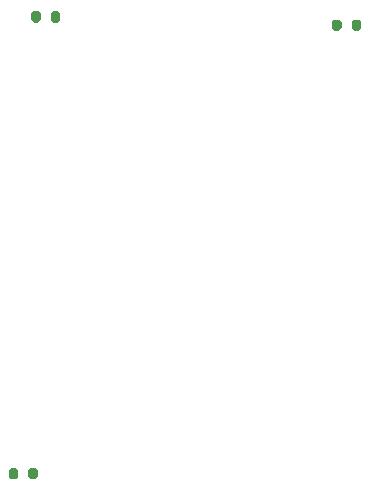
<source format=gbr>
%TF.GenerationSoftware,KiCad,Pcbnew,(5.1.7)-1*%
%TF.CreationDate,2021-07-10T09:41:01+01:00*%
%TF.ProjectId,Apricot-Floppy-Controller-daughter-board,41707269-636f-4742-9d46-6c6f7070792d,rev?*%
%TF.SameCoordinates,Original*%
%TF.FileFunction,Paste,Top*%
%TF.FilePolarity,Positive*%
%FSLAX46Y46*%
G04 Gerber Fmt 4.6, Leading zero omitted, Abs format (unit mm)*
G04 Created by KiCad (PCBNEW (5.1.7)-1) date 2021-07-10 09:41:01*
%MOMM*%
%LPD*%
G01*
G04 APERTURE LIST*
G04 APERTURE END LIST*
%TO.C,C3*%
G36*
G01*
X79038000Y-130895000D02*
X79038000Y-130345000D01*
G75*
G02*
X79238000Y-130145000I200000J0D01*
G01*
X79638000Y-130145000D01*
G75*
G02*
X79838000Y-130345000I0J-200000D01*
G01*
X79838000Y-130895000D01*
G75*
G02*
X79638000Y-131095000I-200000J0D01*
G01*
X79238000Y-131095000D01*
G75*
G02*
X79038000Y-130895000I0J200000D01*
G01*
G37*
G36*
G01*
X77388000Y-130895000D02*
X77388000Y-130345000D01*
G75*
G02*
X77588000Y-130145000I200000J0D01*
G01*
X77988000Y-130145000D01*
G75*
G02*
X78188000Y-130345000I0J-200000D01*
G01*
X78188000Y-130895000D01*
G75*
G02*
X77988000Y-131095000I-200000J0D01*
G01*
X77588000Y-131095000D01*
G75*
G02*
X77388000Y-130895000I0J200000D01*
G01*
G37*
%TD*%
%TO.C,C2*%
G36*
G01*
X106407000Y-92921500D02*
X106407000Y-92371500D01*
G75*
G02*
X106607000Y-92171500I200000J0D01*
G01*
X107007000Y-92171500D01*
G75*
G02*
X107207000Y-92371500I0J-200000D01*
G01*
X107207000Y-92921500D01*
G75*
G02*
X107007000Y-93121500I-200000J0D01*
G01*
X106607000Y-93121500D01*
G75*
G02*
X106407000Y-92921500I0J200000D01*
G01*
G37*
G36*
G01*
X104757000Y-92921500D02*
X104757000Y-92371500D01*
G75*
G02*
X104957000Y-92171500I200000J0D01*
G01*
X105357000Y-92171500D01*
G75*
G02*
X105557000Y-92371500I0J-200000D01*
G01*
X105557000Y-92921500D01*
G75*
G02*
X105357000Y-93121500I-200000J0D01*
G01*
X104957000Y-93121500D01*
G75*
G02*
X104757000Y-92921500I0J200000D01*
G01*
G37*
%TD*%
%TO.C,C1*%
G36*
G01*
X80943000Y-92223000D02*
X80943000Y-91673000D01*
G75*
G02*
X81143000Y-91473000I200000J0D01*
G01*
X81543000Y-91473000D01*
G75*
G02*
X81743000Y-91673000I0J-200000D01*
G01*
X81743000Y-92223000D01*
G75*
G02*
X81543000Y-92423000I-200000J0D01*
G01*
X81143000Y-92423000D01*
G75*
G02*
X80943000Y-92223000I0J200000D01*
G01*
G37*
G36*
G01*
X79293000Y-92223000D02*
X79293000Y-91673000D01*
G75*
G02*
X79493000Y-91473000I200000J0D01*
G01*
X79893000Y-91473000D01*
G75*
G02*
X80093000Y-91673000I0J-200000D01*
G01*
X80093000Y-92223000D01*
G75*
G02*
X79893000Y-92423000I-200000J0D01*
G01*
X79493000Y-92423000D01*
G75*
G02*
X79293000Y-92223000I0J200000D01*
G01*
G37*
%TD*%
M02*

</source>
